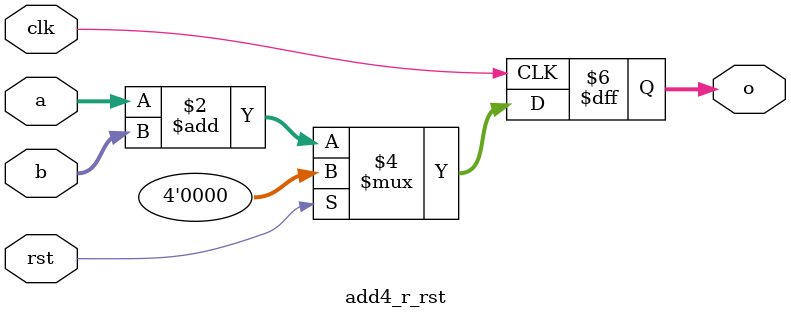
<source format=v>
module add4_r_rst(
    input [3:0] a,
    input [3:0] b,
    input clk,
    input rst,
    output reg [3:0] o
);

always @ (posedge clk) begin
    if (rst)
        o <= 1'b0;
    else 
        o <= a + b;
end

endmodule
</source>
